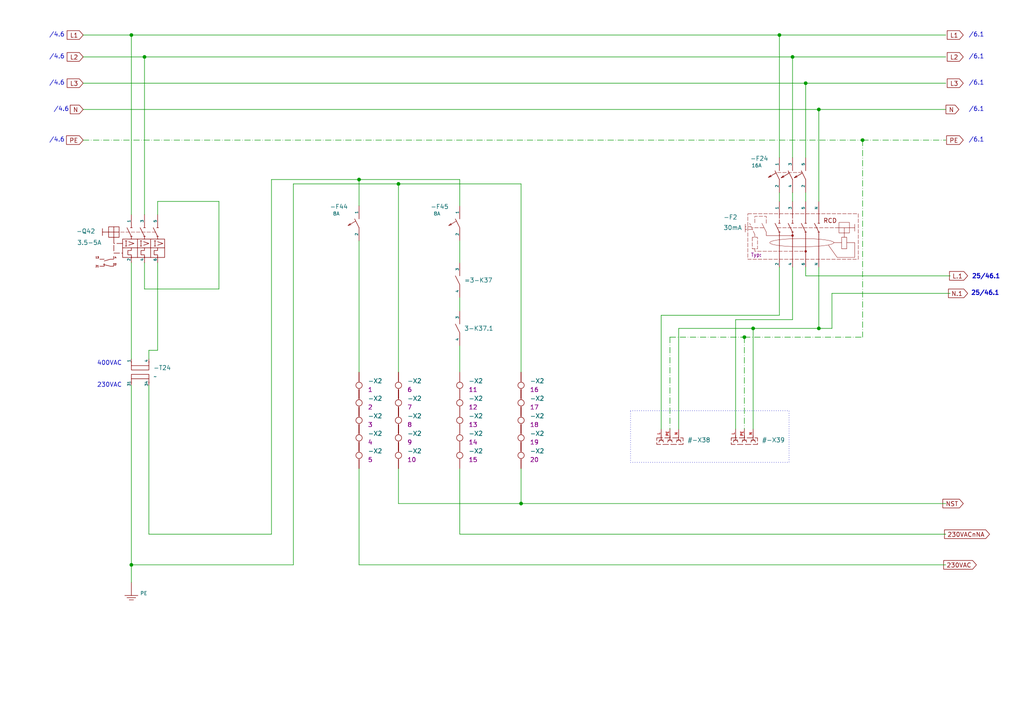
<source format=kicad_sch>
(kicad_sch (version 20250114) (generator "eeschema") (generator_version "9.0")
  (paper "A4")
  (title_block (comment 4 "1"))
  (lib_symbols
    (symbol "Relais_(K)_NO_1" (pin_numbers (hide yes)) (pin_names (offset 0))
      (property "Reference" "-K" (at -4.318 4.318 0))
      (symbol "Relais_(K)_NO_1_0_1"
        (polyline (pts (xy 0 1.27) (xy 0 1.27)))
        (polyline (pts (xy 0 -1.27) (xy -1.27 1.27)))
      )
      (symbol "Relais_(K)_NO_1_1_1"
        (pin passive line (at 0 5.08 270) (length 3.81) (name "3") (number "3"))
        (pin passive line (at 0 -5.08 90) (length 3.81) (name "4") (number "4"))
      )
    )
    (symbol "Steckdose_W_(X)_1" (power) (pin_names (offset 0) (hide yes)) (exclude_from_sim yes) (in_bom no) (on_board no)
      (property "Reference" "-X" (at -6.604 3.302 0))
      (symbol "Steckdose_W_(X)_1_0_1"
        (polyline (pts (xy -2.54 0.635) (xy -2.54 1.905)))
        (arc (start -3.175 0) (mid -2.54 0.635) (end -1.905 0))
        (polyline (pts (xy -1.905 0.635) (xy -3.175 0.635)))
        (polyline (pts (xy 0 0.635) (xy 0 1.905)))
        (arc (start -0.635 0) (mid 0 0.635) (end 0.635 0))
        (polyline (pts (xy 0.635 0.635) (xy -0.635 0.635)))
        (polyline (pts (xy 2.54 0.635) (xy 2.54 1.905)))
        (arc (start 1.905 0) (mid 2.54 0.635) (end 3.175 0))
        (polyline (pts (xy 3.175 0.635) (xy 1.905 0.635)))
      )
      (symbol "Steckdose_W_(X)_1_1_1"
        (rectangle (start -3.81 1.27) (end 3.81 -0.635) (stroke (width 0) (type dash)))
        (pin passive line (at -2.54 3.81 270) (length 2.54) (name "L") (number "L"))
        (pin unspecified line (at -2.54 0 90) (length 0) (hide yes) (name "L") (number "L"))
        (pin passive line (at 0 3.81 270) (length 2.54) (name "PE") (number "PE"))
        (pin unspecified line (at 0 0 90) (length 0) (hide yes) (name "PE") (number "PE"))
        (pin passive line (at 2.54 3.81 270) (length 2.54) (name "N") (number "N"))
        (pin unspecified line (at 2.54 0 90) (length 0) (hide yes) (name "N") (number "N"))
      )
    )
    (symbol "Verbinder_Standart_einfach_(X)_1" (pin_numbers (hide yes)) (pin_names (offset 0))
      (property "Reference" "-X" (at -4.572 2.794 0))
      (property "Nummer" "x" (at 3.048 3.048 0))
      (symbol "Verbinder_Standart_einfach_(X)_1_0_1"
        (polyline (pts (xy 0 1.27) (xy 0 1.016)))
        (circle (center 0 0) (radius 0.9158))
        (polyline (pts (xy 0 -1.27) (xy 0 -1.016)))
      )
      (symbol "Verbinder_Standart_einfach_(X)_1_1_1"
        (pin passive line (at 0 3.81 270) (length 2.54) (name "") (number ""))
        (pin passive line (at 0 -3.81 90) (length 2.54) (name "") (number ""))
      )
    )
    (symbol "Verbinder_Standart_einfach_(X)_10" (pin_numbers (hide yes)) (pin_names (offset 0))
      (property "Reference" "-X" (at -4.572 2.794 0))
      (property "Nummer" "x" (at 3.048 3.048 0))
      (symbol "Verbinder_Standart_einfach_(X)_10_0_1"
        (polyline (pts (xy 0 1.27) (xy 0 1.016)))
        (circle (center 0 0) (radius 0.9158))
        (polyline (pts (xy 0 -1.27) (xy 0 -1.016)))
      )
      (symbol "Verbinder_Standart_einfach_(X)_10_1_1"
        (pin passive line (at 0 3.81 270) (length 2.54) (name "") (number ""))
        (pin passive line (at 0 -3.81 90) (length 2.54) (name "") (number ""))
      )
    )
    (symbol "Verbinder_Standart_einfach_(X)_11" (pin_numbers (hide yes)) (pin_names (offset 0))
      (property "Reference" "-X" (at -4.572 2.794 0))
      (property "Nummer" "x" (at 3.048 3.048 0))
      (symbol "Verbinder_Standart_einfach_(X)_11_0_1"
        (polyline (pts (xy 0 1.27) (xy 0 1.016)))
        (circle (center 0 0) (radius 0.9158))
        (polyline (pts (xy 0 -1.27) (xy 0 -1.016)))
      )
      (symbol "Verbinder_Standart_einfach_(X)_11_1_1"
        (pin passive line (at 0 3.81 270) (length 2.54) (name "") (number ""))
        (pin passive line (at 0 -3.81 90) (length 2.54) (name "") (number ""))
      )
    )
    (symbol "Verbinder_Standart_einfach_(X)_12" (pin_numbers (hide yes)) (pin_names (offset 0))
      (property "Reference" "-X" (at -4.572 2.794 0))
      (property "Nummer" "x" (at 3.048 3.048 0))
      (symbol "Verbinder_Standart_einfach_(X)_12_0_1"
        (polyline (pts (xy 0 1.27) (xy 0 1.016)))
        (circle (center 0 0) (radius 0.9158))
        (polyline (pts (xy 0 -1.27) (xy 0 -1.016)))
      )
      (symbol "Verbinder_Standart_einfach_(X)_12_1_1"
        (pin passive line (at 0 3.81 270) (length 2.54) (name "") (number ""))
        (pin passive line (at 0 -3.81 90) (length 2.54) (name "") (number ""))
      )
    )
    (symbol "Verbinder_Standart_einfach_(X)_13" (pin_numbers (hide yes)) (pin_names (offset 0))
      (property "Reference" "-X" (at -4.572 2.794 0))
      (property "Nummer" "x" (at 3.048 3.048 0))
      (symbol "Verbinder_Standart_einfach_(X)_13_0_1"
        (polyline (pts (xy 0 1.27) (xy 0 1.016)))
        (circle (center 0 0) (radius 0.9158))
        (polyline (pts (xy 0 -1.27) (xy 0 -1.016)))
      )
      (symbol "Verbinder_Standart_einfach_(X)_13_1_1"
        (pin passive line (at 0 3.81 270) (length 2.54) (name "") (number ""))
        (pin passive line (at 0 -3.81 90) (length 2.54) (name "") (number ""))
      )
    )
    (symbol "Verbinder_Standart_einfach_(X)_14" (pin_numbers (hide yes)) (pin_names (offset 0))
      (property "Reference" "-X" (at -4.572 2.794 0))
      (property "Nummer" "x" (at 3.048 3.048 0))
      (symbol "Verbinder_Standart_einfach_(X)_14_0_1"
        (polyline (pts (xy 0 1.27) (xy 0 1.016)))
        (circle (center 0 0) (radius 0.9158))
        (polyline (pts (xy 0 -1.27) (xy 0 -1.016)))
      )
      (symbol "Verbinder_Standart_einfach_(X)_14_1_1"
        (pin passive line (at 0 3.81 270) (length 2.54) (name "") (number ""))
        (pin passive line (at 0 -3.81 90) (length 2.54) (name "") (number ""))
      )
    )
    (symbol "Verbinder_Standart_einfach_(X)_15" (pin_numbers (hide yes)) (pin_names (offset 0))
      (property "Reference" "-X" (at -4.572 2.794 0))
      (property "Nummer" "x" (at 3.048 3.048 0))
      (symbol "Verbinder_Standart_einfach_(X)_15_0_1"
        (polyline (pts (xy 0 1.27) (xy 0 1.016)))
        (circle (center 0 0) (radius 0.9158))
        (polyline (pts (xy 0 -1.27) (xy 0 -1.016)))
      )
      (symbol "Verbinder_Standart_einfach_(X)_15_1_1"
        (pin passive line (at 0 3.81 270) (length 2.54) (name "") (number ""))
        (pin passive line (at 0 -3.81 90) (length 2.54) (name "") (number ""))
      )
    )
    (symbol "Verbinder_Standart_einfach_(X)_16" (pin_numbers (hide yes)) (pin_names (offset 0))
      (property "Reference" "-X" (at -4.572 2.794 0))
      (property "Nummer" "x" (at 3.048 3.048 0))
      (symbol "Verbinder_Standart_einfach_(X)_16_0_1"
        (polyline (pts (xy 0 1.27) (xy 0 1.016)))
        (circle (center 0 0) (radius 0.9158))
        (polyline (pts (xy 0 -1.27) (xy 0 -1.016)))
      )
      (symbol "Verbinder_Standart_einfach_(X)_16_1_1"
        (pin passive line (at 0 3.81 270) (length 2.54) (name "") (number ""))
        (pin passive line (at 0 -3.81 90) (length 2.54) (name "") (number ""))
      )
    )
    (symbol "Verbinder_Standart_einfach_(X)_17" (pin_numbers (hide yes)) (pin_names (offset 0))
      (property "Reference" "-X" (at -4.572 2.794 0))
      (property "Nummer" "x" (at 3.048 3.048 0))
      (symbol "Verbinder_Standart_einfach_(X)_17_0_1"
        (polyline (pts (xy 0 1.27) (xy 0 1.016)))
        (circle (center 0 0) (radius 0.9158))
        (polyline (pts (xy 0 -1.27) (xy 0 -1.016)))
      )
      (symbol "Verbinder_Standart_einfach_(X)_17_1_1"
        (pin passive line (at 0 3.81 270) (length 2.54) (name "") (number ""))
        (pin passive line (at 0 -3.81 90) (length 2.54) (name "") (number ""))
      )
    )
    (symbol "Verbinder_Standart_einfach_(X)_18" (pin_numbers (hide yes)) (pin_names (offset 0))
      (property "Reference" "-X" (at -4.572 2.794 0))
      (property "Nummer" "x" (at 3.048 3.048 0))
      (symbol "Verbinder_Standart_einfach_(X)_18_0_1"
        (polyline (pts (xy 0 1.27) (xy 0 1.016)))
        (circle (center 0 0) (radius 0.9158))
        (polyline (pts (xy 0 -1.27) (xy 0 -1.016)))
      )
      (symbol "Verbinder_Standart_einfach_(X)_18_1_1"
        (pin passive line (at 0 3.81 270) (length 2.54) (name "") (number ""))
        (pin passive line (at 0 -3.81 90) (length 2.54) (name "") (number ""))
      )
    )
    (symbol "Verbinder_Standart_einfach_(X)_19" (pin_numbers (hide yes)) (pin_names (offset 0))
      (property "Reference" "-X" (at -4.572 2.794 0))
      (property "Nummer" "x" (at 3.048 3.048 0))
      (symbol "Verbinder_Standart_einfach_(X)_19_0_1"
        (polyline (pts (xy 0 1.27) (xy 0 1.016)))
        (circle (center 0 0) (radius 0.9158))
        (polyline (pts (xy 0 -1.27) (xy 0 -1.016)))
      )
      (symbol "Verbinder_Standart_einfach_(X)_19_1_1"
        (pin passive line (at 0 3.81 270) (length 2.54) (name "") (number ""))
        (pin passive line (at 0 -3.81 90) (length 2.54) (name "") (number ""))
      )
    )
    (symbol "Verbinder_Standart_einfach_(X)_2" (pin_numbers (hide yes)) (pin_names (offset 0))
      (property "Reference" "-X" (at -4.572 2.794 0))
      (property "Nummer" "x" (at 3.048 3.048 0))
      (symbol "Verbinder_Standart_einfach_(X)_2_0_1"
        (polyline (pts (xy 0 1.27) (xy 0 1.016)))
        (circle (center 0 0) (radius 0.9158))
        (polyline (pts (xy 0 -1.27) (xy 0 -1.016)))
      )
      (symbol "Verbinder_Standart_einfach_(X)_2_1_1"
        (pin passive line (at 0 3.81 270) (length 2.54) (name "") (number ""))
        (pin passive line (at 0 -3.81 90) (length 2.54) (name "") (number ""))
      )
    )
    (symbol "Verbinder_Standart_einfach_(X)_3" (pin_numbers (hide yes)) (pin_names (offset 0))
      (property "Reference" "-X" (at -4.572 2.794 0))
      (property "Nummer" "x" (at 3.048 3.048 0))
      (symbol "Verbinder_Standart_einfach_(X)_3_0_1"
        (polyline (pts (xy 0 1.27) (xy 0 1.016)))
        (circle (center 0 0) (radius 0.9158))
        (polyline (pts (xy 0 -1.27) (xy 0 -1.016)))
      )
      (symbol "Verbinder_Standart_einfach_(X)_3_1_1"
        (pin passive line (at 0 3.81 270) (length 2.54) (name "") (number ""))
        (pin passive line (at 0 -3.81 90) (length 2.54) (name "") (number ""))
      )
    )
    (symbol "Verbinder_Standart_einfach_(X)_4" (pin_numbers (hide yes)) (pin_names (offset 0))
      (property "Reference" "-X" (at -4.572 2.794 0))
      (property "Nummer" "x" (at 3.048 3.048 0))
      (symbol "Verbinder_Standart_einfach_(X)_4_0_1"
        (polyline (pts (xy 0 1.27) (xy 0 1.016)))
        (circle (center 0 0) (radius 0.9158))
        (polyline (pts (xy 0 -1.27) (xy 0 -1.016)))
      )
      (symbol "Verbinder_Standart_einfach_(X)_4_1_1"
        (pin passive line (at 0 3.81 270) (length 2.54) (name "") (number ""))
        (pin passive line (at 0 -3.81 90) (length 2.54) (name "") (number ""))
      )
    )
    (symbol "Verbinder_Standart_einfach_(X)_5" (pin_numbers (hide yes)) (pin_names (offset 0))
      (property "Reference" "-X" (at -4.572 2.794 0))
      (property "Nummer" "x" (at 3.048 3.048 0))
      (symbol "Verbinder_Standart_einfach_(X)_5_0_1"
        (polyline (pts (xy 0 1.27) (xy 0 1.016)))
        (circle (center 0 0) (radius 0.9158))
        (polyline (pts (xy 0 -1.27) (xy 0 -1.016)))
      )
      (symbol "Verbinder_Standart_einfach_(X)_5_1_1"
        (pin passive line (at 0 3.81 270) (length 2.54) (name "") (number ""))
        (pin passive line (at 0 -3.81 90) (length 2.54) (name "") (number ""))
      )
    )
    (symbol "Verbinder_Standart_einfach_(X)_6" (pin_numbers (hide yes)) (pin_names (offset 0))
      (property "Reference" "-X" (at -4.572 2.794 0))
      (property "Nummer" "x" (at 3.048 3.048 0))
      (symbol "Verbinder_Standart_einfach_(X)_6_0_1"
        (polyline (pts (xy 0 1.27) (xy 0 1.016)))
        (circle (center 0 0) (radius 0.9158))
        (polyline (pts (xy 0 -1.27) (xy 0 -1.016)))
      )
      (symbol "Verbinder_Standart_einfach_(X)_6_1_1"
        (pin passive line (at 0 3.81 270) (length 2.54) (name "") (number ""))
        (pin passive line (at 0 -3.81 90) (length 2.54) (name "") (number ""))
      )
    )
    (symbol "Verbinder_Standart_einfach_(X)_7" (pin_numbers (hide yes)) (pin_names (offset 0))
      (property "Reference" "-X" (at -4.572 2.794 0))
      (property "Nummer" "x" (at 3.048 3.048 0))
      (symbol "Verbinder_Standart_einfach_(X)_7_0_1"
        (polyline (pts (xy 0 1.27) (xy 0 1.016)))
        (circle (center 0 0) (radius 0.9158))
        (polyline (pts (xy 0 -1.27) (xy 0 -1.016)))
      )
      (symbol "Verbinder_Standart_einfach_(X)_7_1_1"
        (pin passive line (at 0 3.81 270) (length 2.54) (name "") (number ""))
        (pin passive line (at 0 -3.81 90) (length 2.54) (name "") (number ""))
      )
    )
    (symbol "Verbinder_Standart_einfach_(X)_8" (pin_numbers (hide yes)) (pin_names (offset 0))
      (property "Reference" "-X" (at -4.572 2.794 0))
      (property "Nummer" "x" (at 3.048 3.048 0))
      (symbol "Verbinder_Standart_einfach_(X)_8_0_1"
        (polyline (pts (xy 0 1.27) (xy 0 1.016)))
        (circle (center 0 0) (radius 0.9158))
        (polyline (pts (xy 0 -1.27) (xy 0 -1.016)))
      )
      (symbol "Verbinder_Standart_einfach_(X)_8_1_1"
        (pin passive line (at 0 3.81 270) (length 2.54) (name "") (number ""))
        (pin passive line (at 0 -3.81 90) (length 2.54) (name "") (number ""))
      )
    )
    (symbol "Verbinder_Standart_einfach_(X)_9" (pin_numbers (hide yes)) (pin_names (offset 0))
      (property "Reference" "-X" (at -4.572 2.794 0))
      (property "Nummer" "x" (at 3.048 3.048 0))
      (symbol "Verbinder_Standart_einfach_(X)_9_0_1"
        (polyline (pts (xy 0 1.27) (xy 0 1.016)))
        (circle (center 0 0) (radius 0.9158))
        (polyline (pts (xy 0 -1.27) (xy 0 -1.016)))
      )
      (symbol "Verbinder_Standart_einfach_(X)_9_1_1"
        (pin passive line (at 0 3.81 270) (length 2.54) (name "") (number ""))
        (pin passive line (at 0 -3.81 90) (length 2.54) (name "") (number ""))
      )
    )
    (symbol "standart:PE" (pin_numbers (hide yes)) (pin_names (hide yes))
      (property "Reference" "PE" (at -3.302 2.794 0))
      (symbol "PE_0_1"
        (polyline (pts (xy -1.905 0) (xy 1.905 0)))
        (polyline (pts (xy -0.635 -1.27) (xy 0.635 -1.27)))
        (polyline (pts (xy 1.27 -0.635) (xy -1.27 -0.635)))
      )
      (symbol "PE_1_1"
        (pin passive line (at 0 3.81 270) (length 3.81) (name "") (number "PE"))
      )
    )
    (symbol "standart:Relais_(K)_NO" (pin_numbers (hide yes)) (pin_names (offset 0))
      (property "Reference" "-K" (at -4.318 4.318 0))
      (symbol "Relais_(K)_NO_0_1"
        (polyline (pts (xy 0 1.27) (xy 0 1.27)))
        (polyline (pts (xy 0 -1.27) (xy -1.27 1.27)))
      )
      (symbol "Relais_(K)_NO_1_1"
        (pin passive line (at 0 5.08 270) (length 3.81) (name "3") (number "3"))
        (pin passive line (at 0 -5.08 90) (length 3.81) (name "4") (number "4"))
      )
    )
    (symbol "standart:Schalter_LS_(F)" (pin_numbers (hide yes)) (pin_names (offset 0))
      (property "Reference" "-F" (at -5.842 3.556 0))
      (property "Value" "A" (at -6.604 1.524 0))
      (symbol "Schalter_LS_(F)_0_1"
        (polyline (pts (xy -3.1577 -1.8949) (xy -3.1577 -1.8949)))
        (polyline (pts (xy 0 0) (xy 0 0)))
        (polyline (pts (xy 0 -2.54) (xy -1.27 0)))
      )
      (symbol "Schalter_LS_(F)_1_1"
        (polyline (pts (xy -3.175 -1.905) (xy -2.54 -1.27)) (stroke (width 0.127)))
        (polyline (pts (xy -3.175 -1.905) (xy -2.3014 -1.67)) (stroke (width 0.127)))
        (polyline (pts (xy -0.9505 -0.6011) (xy -3.175 -1.905)) (stroke (width 0.127)))
        (pin passive line (at 0 3.81 270) (length 3.81) (name "1") (number "1"))
        (pin passive line (at 0 -6.35 90) (length 3.81) (name "2") (number "2"))
      )
    )
    (symbol "standart:Schalter_LS_ALLPOLIG_(F)" (pin_numbers (hide yes)) (pin_names (offset 0))
      (property "Reference" "-F" (at -5.842 3.556 0))
      (property "Value" "A" (at -6.604 1.524 0))
      (symbol "Schalter_LS_ALLPOLIG_(F)_0_1"
        (polyline (pts (xy -3.175 -1.905) (xy -2.54 -1.27)))
        (polyline (pts (xy -3.175 -1.905) (xy -2.3014 -1.67)))
        (polyline (pts (xy -3.1577 -1.8949) (xy -3.1577 -1.8949)))
        (polyline (pts (xy -0.9505 -0.6011) (xy -3.175 -1.905)))
        (polyline (pts (xy 0 0) (xy 0 0)))
        (polyline (pts (xy 0 -2.54) (xy -1.27 0)))
        (polyline (pts (xy 0.508 -2.032) (xy 1.143 -1.397)))
        (polyline (pts (xy 0.508 -2.032) (xy 1.3816 -1.797)))
        (polyline (pts (xy 0.5253 -2.0219) (xy 0.5253 -2.0219)))
        (polyline (pts (xy 2.7325 -0.7281) (xy 0.508 -2.032)))
        (polyline (pts (xy 3.81 0) (xy 3.81 0)))
        (polyline (pts (xy 3.81 -2.54) (xy 2.54 0)))
        (polyline (pts (xy 4.318 -2.032) (xy 4.953 -1.397)))
        (polyline (pts (xy 4.318 -2.032) (xy 5.1916 -1.797)))
        (polyline (pts (xy 4.3353 -2.0219) (xy 4.3353 -2.0219)))
        (polyline (pts (xy 6.5425 -0.7281) (xy 4.318 -2.032)))
        (polyline (pts (xy 7.62 0) (xy 7.62 0)))
        (polyline (pts (xy 7.62 -2.54) (xy 6.35 0)))
      )
      (symbol "Schalter_LS_ALLPOLIG_(F)_1_1"
        (polyline (pts (xy 6.604 -0.508) (xy -1.016 -0.508)) (stroke (width 0.1016) (type dash)))
        (pin passive line (at 0 3.81 270) (length 3.81) (name "1") (number "1"))
        (pin passive line (at 0 -6.35 90) (length 3.81) (name "2") (number "2"))
        (pin passive line (at 3.81 3.81 270) (length 3.81) (name "3") (number "3"))
        (pin passive line (at 3.81 -6.35 90) (length 3.81) (name "4") (number "4"))
        (pin passive line (at 7.62 3.81 270) (length 3.81) (name "5") (number "5"))
        (pin passive line (at 7.62 -6.35 90) (length 3.81) (name "2") (number "2"))
      )
    )
    (symbol "standart:Schalter_MS_(Q)_1-6" (pin_numbers (hide yes)) (pin_names (offset 0))
      (property "Reference" "-Q" (at -6.35 4.318 0))
      (symbol "Schalter_MS_(Q)_1-6_0_1"
        (polyline (pts (xy -9.144 -9.906) (xy -7.874 -9.906) (xy -7.874 -9.144)))
        (polyline (pts (xy -8.128 -9.398) (xy -6.096 -9.906)))
        (polyline (pts (xy -7.874 -7.874) (xy -9.144 -7.874)))
        (polyline (pts (xy -6.096 -9.906) (xy -5.08 -9.906)))
        (polyline (pts (xy -5.08 -7.874) (xy -6.096 -7.874) (xy -7.874 -8.382)))
        (rectangle (start -2.54 -2.032) (end 9.652 -7.366))
        (polyline (pts (xy -1.778 -2.54) (xy -1.27 -2.54)))
        (polyline (pts (xy -1.778 -4.064) (xy -1.27 -4.064)))
        (polyline (pts (xy -1.524 -2.54) (xy -1.524 -4.064)))
        (polyline (pts (xy -0.762 -2.794) (xy 0.762 -3.302) (xy -0.762 -3.81)))
        (polyline (pts (xy -0.254 1.27) (xy 0.254 1.27)))
        (polyline (pts (xy -0.254 -1.27) (xy 0.254 -1.27)))
        (polyline (pts (xy 0 1.27) (xy 0 1.27)))
        (polyline (pts (xy 0 -1.27) (xy -1.27 1.27)))
        (polyline (pts (xy 0 -1.27) (xy 0 -2.032)))
        (polyline (pts (xy 0 -4.572) (xy 0 -5.334) (xy -1.016 -5.334) (xy -1.016 -6.604) (xy 0 -6.604) (xy 0 -7.366)))
        (polyline (pts (xy 1.778 -2.032) (xy 1.778 -7.366)))
        (polyline (pts (xy 2.54 -2.54) (xy 3.048 -2.54)))
        (polyline (pts (xy 2.54 -4.064) (xy 3.048 -4.064)))
        (polyline (pts (xy 2.794 -2.54) (xy 2.794 -4.064)))
        (polyline (pts (xy 3.556 1.27) (xy 4.064 1.27)))
        (polyline (pts (xy 3.556 -1.27) (xy 4.064 -1.27)))
        (polyline (pts (xy 3.556 -2.794) (xy 5.08 -3.302) (xy 3.556 -3.81)))
        (polyline (pts (xy 3.81 1.27) (xy 3.81 1.27)))
        (polyline (pts (xy 3.81 -1.27) (xy 2.54 1.27)))
        (polyline (pts (xy 3.81 -1.27) (xy 3.81 -2.032)))
        (polyline (pts (xy 3.81 -4.572) (xy 3.81 -5.334) (xy 2.794 -5.334) (xy 2.794 -6.604) (xy 3.81 -6.604) (xy 3.81 -7.366)))
        (polyline (pts (xy 5.588 -2.159) (xy 5.588 -7.366)))
        (polyline (pts (xy 6.604 -2.54) (xy 7.112 -2.54)))
        (polyline (pts (xy 6.604 -4.064) (xy 7.112 -4.064)))
        (polyline (pts (xy 6.858 -2.54) (xy 6.858 -4.064)))
        (polyline (pts (xy 7.366 1.27) (xy 7.874 1.27)))
        (polyline (pts (xy 7.366 -1.27) (xy 7.874 -1.27)))
        (polyline (pts (xy 7.62 1.27) (xy 7.62 1.27)))
        (polyline (pts (xy 7.62 -1.27) (xy 6.35 1.27)))
        (polyline (pts (xy 7.62 -1.27) (xy 7.62 -2.032)))
        (polyline (pts (xy 7.62 -2.794) (xy 9.144 -3.302) (xy 7.62 -3.81)))
        (polyline (pts (xy 7.62 -4.572) (xy 7.62 -5.334) (xy 6.604 -5.334) (xy 6.604 -6.604) (xy 7.62 -6.604) (xy 7.62 -7.366)))
        (polyline (pts (xy 9.652 -4.572) (xy -2.54 -4.572)))
      )
      (symbol "Schalter_MS_(Q)_1-6_1_1"
        (polyline (pts (xy -8.382 0) (xy -8.382 -1.016)))
        (polyline (pts (xy -5.08 -1.524) (xy -5.08 1.524)))
        (polyline (pts (xy -5.08 -1.524) (xy -5.08 -6.096) (xy -2.54 -6.096)) (stroke (width 0) (type dash)))
        (rectangle (start -3.556 1.524) (end -6.604 -1.524))
        (polyline (pts (xy -3.556 0) (xy -8.382 0) (xy -8.382 1.016)))
        (polyline (pts (xy -2.54 -3.302) (xy -5.08 -3.302)) (stroke (width 0) (type dash)))
        (polyline (pts (xy 7.112 0) (xy -3.302 0)) (stroke (width 0.1016) (type dash)))
        (text "13" (at -9.906 -7.366 0) (effects (font (size 0.508 0.508))))
        (text "21" (at -9.906 -9.906 0) (effects (font (size 0.508 0.508))))
        (text "14" (at -4.826 -7.366 0) (effects (font (size 0.508 0.508))))
        (text "22" (at -4.826 -9.398 0) (effects (font (size 0.508 0.508))))
        (pin unspecified line (at 0 5.08 270) (length 3.81) (name "1") (number "1"))
        (pin unspecified line (at 0 -8.89 90) (length 1.778) (name "2") (number "2"))
        (pin unspecified line (at 3.81 5.08 270) (length 3.81) (name "3") (number "3"))
        (pin unspecified line (at 3.81 -8.89 90) (length 1.778) (name "4") (number "4"))
        (pin unspecified line (at 7.62 5.08 270) (length 3.81) (name "5") (number "5"))
        (pin unspecified line (at 7.62 -8.89 90) (length 1.778) (name "6") (number "6"))
      )
    )
    (symbol "standart:Schalter_RCD_allpolig_klassisch_(F)_1-6" (pin_numbers (hide yes)) (pin_names (offset 0))
      (property "Reference" "-F" (at -11.176 10.414 0))
      (symbol "Schalter_RCD_allpolig_klassisch_(F)_1-6_0_1"
        (polyline (pts (xy -4.064 3.81) (xy -3.556 3.81)))
        (polyline (pts (xy -4.064 1.27) (xy -3.556 1.27)))
        (polyline (pts (xy -3.81 3.81) (xy -3.81 3.81)))
        (polyline (pts (xy -3.81 1.27) (xy -5.08 3.81)))
        (polyline (pts (xy -3.81 1.27) (xy -3.81 0.508)))
        (polyline (pts (xy -0.254 3.81) (xy 0.254 3.81)))
        (polyline (pts (xy -0.254 1.27) (xy 0.254 1.27)))
        (polyline (pts (xy 0 3.81) (xy 0 3.81)))
        (polyline (pts (xy 0 1.27) (xy -1.27 3.81)))
        (polyline (pts (xy 0 1.27) (xy 0 0.508)))
        (polyline (pts (xy 3.556 3.81) (xy 4.064 3.81)))
        (polyline (pts (xy 3.556 1.27) (xy 4.064 1.27)))
        (polyline (pts (xy 3.81 3.81) (xy 3.81 3.81)))
        (polyline (pts (xy 3.81 1.27) (xy 2.54 3.81)))
        (polyline (pts (xy 3.81 1.27) (xy 3.81 0.508)))
        (polyline (pts (xy 7.366 3.81) (xy 7.874 3.81)))
        (polyline (pts (xy 7.366 1.27) (xy 7.874 1.27)))
        (polyline (pts (xy 7.62 3.81) (xy 7.62 3.81)))
        (polyline (pts (xy 7.62 1.27) (xy 6.35 3.81)))
        (polyline (pts (xy 7.62 1.27) (xy 7.62 0.508)))
      )
      (symbol "Schalter_RCD_allpolig_klassisch_(F)_1-6_1_0"
        (polyline (pts (xy -13.716 3.556) (xy -13.716 1.27)) (stroke (width 0.1016)))
        (rectangle (start -12.954 6.604) (end 19.05 -6.604) (stroke (width 0.1016) (type dash)))
        (polyline (pts (xy -11.938 2.794) (xy -13.716 2.794)) (stroke (width 0.1016)))
        (polyline (pts (xy -11.684 2.032) (xy -13.716 2.032)) (stroke (width 0.1016)))
        (polyline (pts (xy -11.684 -0.254) (xy -11.684 -3.556) (xy -10.16 -3.556) (xy -10.16 -0.254) (xy -11.684 -0.254)) (stroke (width 0.1016)))
        (polyline (pts (xy -11.43 1.524) (xy -11.43 1.524)))
        (polyline (pts (xy -10.922 0.508) (xy -12.446 3.81)) (stroke (width 0.1016)))
        (polyline (pts (xy -10.922 0.508) (xy -10.922 -0.254)) (stroke (width 0.1016)))
        (polyline (pts (xy -10.922 -3.556) (xy -10.922 -4.318) (xy 3.81 -4.318)) (stroke (width 0.1016)))
        (polyline (pts (xy -7.62 3.81) (xy -7.62 5.842) (xy -10.922 5.842) (xy -10.922 3.81)) (stroke (width 0.1016)))
        (polyline (pts (xy -3.81 6.35) (xy -3.81 3.81)))
        (polyline (pts (xy 0 6.35) (xy 0 3.81)))
        (circle (center 0 0.254) (radius 0.254) (fill (type outline)))
        (polyline (pts (xy 0 0.254) (xy -7.62 0.254) (xy -7.62 1.27)) (stroke (width 0.1016)))
        (polyline (pts (xy 3.81 6.35) (xy 3.81 3.81)))
        (circle (center 3.81 -4.318) (radius 0.254) (fill (type outline)))
        (polyline (pts (xy 4.5467 -0.6344) (xy 6.2883 -0.7038) (xy 7.8643 -0.8136) (xy 9.2375 -0.9591) (xy 10.3705 -1.1354) (xy 10.8352 -1.2336) (xy 11.2259 -1.3378) (xy 11.5379 -1.4472) (xy 11.7665 -1.5614) (xy 11.9071 -1.6797) (xy 11.943 -1.7402) (xy 11.955 -1.8015) (xy 11.943 -1.8628) (xy 11.9071 -1.9233) (xy 11.8481 -1.9829) (xy 11.7665 -2.0416) (xy 11.6629 -2.0992) (xy 11.5379 -2.1558) (xy 11.2259 -2.2652) (xy 10.8352 -2.3694) (xy 10.3705 -2.4676) (xy 9.8363 -2.5593) (xy 9.2375 -2.6439) (xy 8.5786 -2.7208) (xy 7.8643 -2.7894) (xy 7.0993 -2.8491) (xy 6.2883 -2.8992) (xy 5.4358 -2.9393) (xy 4.5467 -2.9686) (xy 3.6254 -2.9867) (xy 2.6768 -2.9928) (xy 0.8069 -2.9686) (xy -0.9348 -2.8992) (xy -2.5108 -2.7894) (xy -3.884 -2.6439) (xy -5.0169 -2.4676) (xy -5.4817 -2.3694) (xy -5.8724 -2.2652) (xy -6.1844 -2.1558) (xy -6.413 -2.0416) (xy -6.5536 -1.9233) (xy -6.5894 -1.8628) (xy -6.6015 -1.8015) (xy -6.5894 -1.7402) (xy -6.5536 -1.6797) (xy -6.4946 -1.6201) (xy -6.413 -1.5614) (xy -6.3094 -1.5038) (xy -6.1844 -1.4472) (xy -5.8724 -1.3378) (xy -5.4817 -1.2336) (xy -5.0169 -1.1354) (xy -4.4828 -1.0437) (xy -3.884 -0.9591) (xy -3.2251 -0.8822) (xy -2.5108 -0.8136) (xy -1.7458 -0.7539) (xy -0.9348 -0.7038) (xy -0.0823 -0.6637) (xy 0.8069 -0.6344) (xy 1.7281 -0.6163) (xy 2.6768 -0.6102) (xy 4.5467 -0.6344)) (stroke (width 0.0874)))
        (polyline (pts (xy 7.62 6.35) (xy 7.62 3.81)))
        (polyline (pts (xy 11.938 -1.778) (xy 14.224 -1.778)) (stroke (width 0.1016)))
        (polyline (pts (xy 13.462 2.54) (xy 16.51 2.54)) (stroke (width 0.1016)))
        (polyline (pts (xy 14.224 -0.254) (xy 14.224 -3.556) (xy 15.748 -3.556) (xy 15.748 -0.254) (xy 14.224 -0.254)) (stroke (width 0.1016)))
        (polyline (pts (xy 14.986 -0.254) (xy 14.986 1.016)) (stroke (width 0.1016)))
        (polyline (pts (xy 15.748 -1.778) (xy 18.034 -1.778) (xy 18.034 -6.096) (xy 12.954 -6.096) (xy 10.414 -2.54)) (stroke (width 0.1016)))
        (polyline (pts (xy 16.51 2.54) (xy 18.034 2.54)) (stroke (width 0.1016)))
        (polyline (pts (xy 18.034 3.556) (xy 18.034 1.524)) (stroke (width 0.1016)))
      )
      (symbol "Schalter_RCD_allpolig_klassisch_(F)_1-6_1_1"
        (polyline (pts (xy -8.382 2.54) (xy -11.684 2.54)) (stroke (width 0.1016) (type dash)))
        (polyline (pts (xy -7.62 1.27) (xy -8.89 3.81)) (stroke (width 0.1016)))
        (polyline (pts (xy -3.81 -7.112) (xy -3.81 0.508)))
        (polyline (pts (xy 0 -7.112) (xy 0 0.508)))
        (polyline (pts (xy 3.81 -7.112) (xy 3.81 0.508)))
        (polyline (pts (xy 7.62 -7.112) (xy 7.62 0.508)))
        (rectangle (start 13.462 4.064) (end 16.51 1.016) (stroke (width 0.1016)))
        (polyline (pts (xy 13.462 2.54) (xy -4.318 2.54)) (stroke (width 0.1016) (type dash)))
        (polyline (pts (xy 14.986 2.54) (xy 14.986 1.016)) (stroke (width 0.1016)))
        (text "RCD\n" (at 8.89 5.334 0) (effects (font (size 1.27 1.27)) (justify left top)))
        (pin passive line (at -3.81 10.16 270) (length 3.81) (name "1") (number "1"))
        (pin passive line (at -3.81 -8.89 90) (length 1.778) (name "2") (number "2"))
        (pin passive line (at 0 10.16 270) (length 3.81) (name "3") (number "3"))
        (pin passive line (at 0 -8.89 90) (length 1.778) (name "4") (number "4"))
        (pin passive line (at 3.81 10.16 270) (length 3.81) (name "5") (number "5"))
        (pin passive line (at 3.81 -8.89 90) (length 1.778) (name "6") (number "6"))
        (pin passive line (at 7.62 10.16 270) (length 3.81) (name "N") (number "N"))
        (pin passive line (at 7.62 -8.89 90) (length 1.778) (name "N") (number "N"))
      )
    )
    (symbol "standart:Spule_Transformator_Einpolig_(T)" (pin_numbers (hide yes)) (pin_names (offset 0))
      (property "Reference" "-T" (at -7.874 6.096 0))
      (symbol "Spule_Transformator_Einpolig_(T)_1_1"
        (polyline (pts (xy -2.5292 1.9052) (xy -2.5292 3.1752)))
        (polyline (pts (xy -2.5292 -1.9052) (xy -2.5292 -3.1752)))
        (polyline (pts (xy 2.5508 1.9052) (xy 2.5508 3.1752)))
        (rectangle (start 2.5508 1.9052) (end -2.5292 0.6352) (fill (type color)))
        (polyline (pts (xy 2.5508 -1.9052) (xy 2.5508 -3.1752)))
        (rectangle (start 2.5508 -1.9052) (end -2.5292 -0.6352) (fill (type color)))
        (pin passive line (at -2.54 3.81 270) (length 1.016) (name "1") (number "1"))
        (pin passive line (at -2.54 -3.81 90) (length 1.016) (name "31") (number "31"))
        (pin passive line (at 2.54 3.81 270) (length 1.016) (name "4") (number "4"))
        (pin passive line (at 2.54 -3.81 90) (length 1.016) (name "34") (number "34"))
      )
    )
    (symbol "standart:Steckdose_W_(X)" (power) (pin_names (offset 0) (hide yes)) (exclude_from_sim yes) (in_bom no) (on_board no)
      (property "Reference" "-X" (at -6.604 3.302 0))
      (symbol "Steckdose_W_(X)_0_1"
        (polyline (pts (xy -2.54 0.635) (xy -2.54 1.905)))
        (arc (start -3.175 0) (mid -2.54 0.635) (end -1.905 0))
        (polyline (pts (xy -1.905 0.635) (xy -3.175 0.635)))
        (polyline (pts (xy 0 0.635) (xy 0 1.905)))
        (arc (start -0.635 0) (mid 0 0.635) (end 0.635 0))
        (polyline (pts (xy 0.635 0.635) (xy -0.635 0.635)))
        (polyline (pts (xy 2.54 0.635) (xy 2.54 1.905)))
        (arc (start 1.905 0) (mid 2.54 0.635) (end 3.175 0))
        (polyline (pts (xy 3.175 0.635) (xy 1.905 0.635)))
      )
      (symbol "Steckdose_W_(X)_1_1"
        (rectangle (start -3.81 1.27) (end 3.81 -0.635) (stroke (width 0) (type dash)))
        (pin passive line (at -2.54 3.81 270) (length 2.54) (name "L") (number "L"))
        (pin unspecified line (at -2.54 0 90) (length 0) (hide yes) (name "L") (number "L"))
        (pin passive line (at 0 3.81 270) (length 2.54) (name "PE") (number "PE"))
        (pin unspecified line (at 0 0 90) (length 0) (hide yes) (name "PE") (number "PE"))
        (pin passive line (at 2.54 3.81 270) (length 2.54) (name "N") (number "N"))
        (pin unspecified line (at 2.54 0 90) (length 0) (hide yes) (name "N") (number "N"))
      )
    )
    (symbol "standart:Verbinder_Standart_einfach_(X)" (pin_numbers (hide yes)) (pin_names (offset 0))
      (property "Reference" "-X" (at -4.572 2.794 0))
      (property "Nummer" "x" (at 3.048 3.048 0))
      (symbol "Verbinder_Standart_einfach_(X)_0_1"
        (polyline (pts (xy 0 1.27) (xy 0 1.016)))
        (circle (center 0 0) (radius 0.9158))
        (polyline (pts (xy 0 -1.27) (xy 0 -1.016)))
      )
      (symbol "Verbinder_Standart_einfach_(X)_1_1"
        (pin passive line (at 0 3.81 270) (length 2.54) (name "") (number ""))
        (pin passive line (at 0 -3.81 90) (length 2.54) (name "") (number ""))
      )
    )
  )
  (rectangle (start 182.88 119.126) (end 228.854 134.112) (stroke (width 0) (type dot)))
  (text "/6.1" (at 283.21 16.51 0) (effects (font (size 1.27 1.27))))
  (text "25/46.1" (at 285.75 85.09 0) (effects (font (size 1.27 1.27) (thickness 0.254) (bold yes))))
  (text "/4.6" (at 16.51 24.13 0) (effects (font (size 1.27 1.27))))
  (text "/6.1" (at 283.21 31.75 0) (effects (font (size 1.27 1.27))))
  (text "/6.1" (at 283.21 40.64 0) (effects (font (size 1.27 1.27))))
  (text "230VAC" (at 31.75 111.76 0) (effects (font (size 1.27 1.27))))
  (text "/4.6" (at 16.51 16.51 0) (effects (font (size 1.27 1.27))))
  (text "/4.6" (at 17.78 31.75 0) (effects (font (size 1.27 1.27))))
  (text "400VAC" (at 31.75 105.41 0) (effects (font (size 1.27 1.27))))
  (text "/6.1" (at 283.21 24.13 0) (effects (font (size 1.27 1.27))))
  (text "/4.6" (at 16.51 10.16 0) (effects (font (size 1.27 1.27))))
  (text "/6.1" (at 283.21 10.16 0) (effects (font (size 1.27 1.27))))
  (text "25/46.1" (at 286.004 80.264 0) (effects (font (size 1.27 1.27) (thickness 0.254) (bold yes))))
  (text "/4.6" (at 16.51 40.64 0) (effects (font (size 1.27 1.27))))
  (junction (at 218.44 95.25))
  (junction (at 215.9 97.79))
  (junction (at 151.13 146.05))
  (junction (at 115.57 53.34))
  (junction (at 41.91 16.51))
  (junction (at 233.68 24.13))
  (junction (at 38.1 163.83))
  (junction (at 104.14 52.07))
  (junction (at 237.49 31.75))
  (junction (at 237.49 95.25))
  (junction (at 250.19 40.64))
  (junction (at 38.1 10.16))
  (junction (at 229.87 16.51))
  (junction (at 226.06 10.16))
  (wire (pts (xy 213.36 92.71) (xy 213.36 124.46)))
  (wire (pts (xy 194.31 97.79) (xy 194.31 124.46)) (stroke (width 0) (type dash_dot)))
  (wire (pts (xy 115.57 146.05) (xy 151.13 146.05)))
  (wire (pts (xy 218.44 95.25) (xy 218.44 124.46)))
  (wire (pts (xy 241.3 85.09) (xy 241.3 95.25)))
  (wire (pts (xy 38.1 10.16) (xy 226.06 10.16)))
  (wire (pts (xy 43.18 101.6) (xy 45.72 101.6)))
  (wire (pts (xy 104.14 163.83) (xy 274.32 163.83)))
  (wire (pts (xy 229.87 16.51) (xy 274.32 16.51)))
  (wire (pts (xy 133.35 69.85) (xy 133.35 76.2)))
  (wire (pts (xy 45.72 76.2) (xy 45.72 101.6)))
  (wire (pts (xy 104.14 52.07) (xy 104.14 59.69)))
  (wire (pts (xy 191.77 91.44) (xy 226.06 91.44)))
  (wire (pts (xy 24.13 24.13) (xy 233.68 24.13)))
  (wire (pts (xy 133.35 86.36) (xy 133.35 90.17)))
  (wire (pts (xy 78.74 52.07) (xy 78.74 154.94)))
  (wire (pts (xy 24.13 10.16) (xy 38.1 10.16)))
  (wire (pts (xy 41.91 76.2) (xy 41.91 83.82)))
  (wire (pts (xy 104.14 135.89) (xy 104.14 163.83)))
  (wire (pts (xy 218.44 95.25) (xy 237.49 95.25)))
  (wire (pts (xy 226.06 10.16) (xy 274.32 10.16)))
  (wire (pts (xy 194.31 97.79) (xy 215.9 97.79)) (stroke (width 0) (type dash_dot)))
  (wire (pts (xy 196.85 95.25) (xy 196.85 124.46)))
  (wire (pts (xy 229.87 16.51) (xy 229.87 45.72)))
  (wire (pts (xy 233.68 55.88) (xy 233.68 58.42)))
  (wire (pts (xy 196.85 95.25) (xy 218.44 95.25)))
  (wire (pts (xy 226.06 55.88) (xy 226.06 58.42)))
  (wire (pts (xy 213.36 92.71) (xy 229.87 92.71)))
  (wire (pts (xy 38.1 163.83) (xy 85.09 163.83)))
  (wire (pts (xy 237.49 31.75) (xy 274.32 31.75)))
  (wire (pts (xy 133.35 154.94) (xy 274.32 154.94)))
  (wire (pts (xy 151.13 135.89) (xy 151.13 146.05)))
  (wire (pts (xy 133.35 52.07) (xy 133.35 59.69)))
  (wire (pts (xy 241.3 85.09) (xy 275.59 85.09)))
  (wire (pts (xy 233.68 24.13) (xy 233.68 45.72)))
  (wire (pts (xy 191.77 91.44) (xy 191.77 124.46)))
  (wire (pts (xy 115.57 53.34) (xy 151.13 53.34)))
  (wire (pts (xy 237.49 95.25) (xy 241.3 95.25)))
  (wire (pts (xy 226.06 10.16) (xy 226.06 45.72)))
  (wire (pts (xy 43.18 101.6) (xy 43.18 104.14)))
  (wire (pts (xy 233.68 77.47) (xy 233.68 80.01)))
  (wire (pts (xy 229.87 77.47) (xy 229.87 92.71)))
  (wire (pts (xy 250.19 40.64) (xy 250.19 97.79)) (stroke (width 0) (type dash_dot)))
  (wire (pts (xy 215.9 97.79) (xy 250.19 97.79)) (stroke (width 0) (type dash_dot)))
  (wire (pts (xy 104.14 52.07) (xy 133.35 52.07)))
  (wire (pts (xy 115.57 53.34) (xy 115.57 107.95)))
  (wire (pts (xy 133.35 100.33) (xy 133.35 107.95)))
  (wire (pts (xy 24.13 40.64) (xy 250.19 40.64)) (stroke (width 0) (type dash_dot)))
  (wire (pts (xy 85.09 53.34) (xy 115.57 53.34)))
  (wire (pts (xy 38.1 163.83) (xy 38.1 168.91)))
  (wire (pts (xy 104.14 69.85) (xy 104.14 107.95)))
  (wire (pts (xy 115.57 135.89) (xy 115.57 146.05)))
  (wire (pts (xy 43.18 111.76) (xy 43.18 154.94)))
  (wire (pts (xy 63.5 58.42) (xy 63.5 83.82)))
  (wire (pts (xy 41.91 16.51) (xy 229.87 16.51)))
  (wire (pts (xy 24.13 31.75) (xy 237.49 31.75)))
  (wire (pts (xy 215.9 97.79) (xy 215.9 124.46)) (stroke (width 0) (type dash_dot)))
  (wire (pts (xy 226.06 77.47) (xy 226.06 91.44)))
  (wire (pts (xy 38.1 10.16) (xy 38.1 62.23)))
  (wire (pts (xy 133.35 135.89) (xy 133.35 154.94)))
  (wire (pts (xy 24.13 16.51) (xy 41.91 16.51)))
  (wire (pts (xy 41.91 83.82) (xy 63.5 83.82)))
  (wire (pts (xy 229.87 55.88) (xy 229.87 58.42)))
  (wire (pts (xy 250.19 40.64) (xy 274.32 40.64)) (stroke (width 0) (type dash_dot)))
  (wire (pts (xy 151.13 53.34) (xy 151.13 107.95)))
  (wire (pts (xy 237.49 31.75) (xy 237.49 58.42)))
  (wire (pts (xy 41.91 16.51) (xy 41.91 62.23)))
  (wire (pts (xy 233.68 24.13) (xy 274.32 24.13)))
  (wire (pts (xy 38.1 111.76) (xy 38.1 163.83)))
  (wire (pts (xy 85.09 53.34) (xy 85.09 163.83)))
  (wire (pts (xy 78.74 52.07) (xy 104.14 52.07)))
  (wire (pts (xy 237.49 77.47) (xy 237.49 95.25)))
  (wire (pts (xy 233.68 80.01) (xy 275.59 80.01)))
  (wire (pts (xy 45.72 58.42) (xy 45.72 62.23)))
  (wire (pts (xy 151.13 146.05) (xy 274.32 146.05)))
  (wire (pts (xy 43.18 154.94) (xy 78.74 154.94)))
  (wire (pts (xy 45.72 58.42) (xy 63.5 58.42)))
  (wire (pts (xy 38.1 76.2) (xy 38.1 104.14)))
  (global_label "PE" (shape input) (at 279.4 40.64 180) (property "Intersheetrefs" "${INTERSHEET_REFS}" (effects (hide yes))))
  (global_label "230VAC" (shape input) (at 283.21 163.83 180) (property "Intersheetrefs" "${INTERSHEET_REFS}" (effects (hide yes))))
  (global_label "L3" (shape input) (at 24.13 24.13 180) (property "Intersheetrefs" "${INTERSHEET_REFS}" (effects (hide yes))))
  (global_label "230VACnNA" (shape input) (at 287.02 154.94 180) (property "Intersheetrefs" "${INTERSHEET_REFS}" (effects (hide yes))))
  (global_label "PE" (shape input) (at 24.13 40.64 180) (property "Intersheetrefs" "${INTERSHEET_REFS}" (effects (hide yes))))
  (global_label "L2" (shape input) (at 24.13 16.51 180) (property "Intersheetrefs" "${INTERSHEET_REFS}" (effects (hide yes))))
  (global_label "L1" (shape input) (at 24.13 10.16 180) (property "Intersheetrefs" "${INTERSHEET_REFS}" (effects (hide yes))))
  (global_label "L2" (shape input) (at 279.4 16.51 180) (property "Intersheetrefs" "${INTERSHEET_REFS}" (effects (hide yes))))
  (global_label "N" (shape input) (at 278.13 31.75 180) (property "Intersheetrefs" "${INTERSHEET_REFS}" (effects (hide yes))))
  (global_label "N" (shape input) (at 24.13 31.75 180) (property "Intersheetrefs" "${INTERSHEET_REFS}" (effects (hide yes))))
  (global_label "L.1" (shape input) (at 280.67 80.01 180) (property "Intersheetrefs" "${INTERSHEET_REFS}" (effects (hide yes))))
  (global_label "NST" (shape input) (at 279.4 146.05 180) (property "Intersheetrefs" "${INTERSHEET_REFS}" (effects (hide yes))))
  (global_label "N.1" (shape input) (at 280.67 85.09 180) (property "Intersheetrefs" "${INTERSHEET_REFS}" (effects (hide yes))))
  (global_label "L3" (shape input) (at 279.4 24.13 180) (property "Intersheetrefs" "${INTERSHEET_REFS}" (effects (hide yes))))
  (global_label "L1" (shape input) (at 279.4 10.16 180) (property "Intersheetrefs" "${INTERSHEET_REFS}" (effects (hide yes))))
  (symbol (lib_name "Verbinder_Standart_einfach_(X)_7") (lib_id "standart:Verbinder_Standart_einfach_(X)") (at 151.13 132.08 0) (unit 1)
    (property "Reference" "-X2" (at 153.67 130.8099 0) (effects (justify left)))
    (property "Nummer" "20" (at 153.67 133.3499 0) (effects (justify left)))
  )
  (symbol (lib_name "Verbinder_Standart_einfach_(X)_18") (lib_id "standart:Verbinder_Standart_einfach_(X)") (at 133.35 111.76 0) (unit 1)
    (property "Reference" "-X2" (at 135.89 110.4899 0) (effects (justify left)))
    (property "Nummer" "11" (at 135.89 113.0299 0) (effects (justify left)))
  )
  (symbol (lib_name "Verbinder_Standart_einfach_(X)_4") (lib_id "standart:Verbinder_Standart_einfach_(X)") (at 104.14 127 0) (unit 1)
    (property "Reference" "-X2" (at 106.68 125.7299 0) (effects (justify left)))
    (property "Nummer" "4" (at 106.68 128.2699 0) (effects (justify left)))
  )
  (symbol (lib_id "standart:Schalter_RCD_allpolig_klassisch_(F)_1-6") (at 229.87 68.58 0) (unit 1)
    (property "Reference" "-F2" (at 209.804 62.992 0) (effects (justify left)))
    (property "Value" "30mA" (at 209.804 66.04 0) (effects (justify left)))
  )
  (symbol (lib_name "Verbinder_Standart_einfach_(X)_14") (lib_id "standart:Verbinder_Standart_einfach_(X)") (at 115.57 127 0) (unit 1)
    (property "Reference" "-X2" (at 118.11 125.7299 0) (effects (justify left)))
    (property "Nummer" "9" (at 118.11 128.2699 0) (effects (justify left)))
  )
  (symbol (lib_name "Verbinder_Standart_einfach_(X)_10") (lib_id "standart:Verbinder_Standart_einfach_(X)") (at 115.57 121.92 0) (unit 1)
    (property "Reference" "-X2" (at 118.11 120.6499 0) (effects (justify left)))
    (property "Nummer" "8" (at 118.11 123.1899 0) (effects (justify left)))
  )
  (symbol (lib_name "Verbinder_Standart_einfach_(X)_5") (lib_id "standart:Verbinder_Standart_einfach_(X)") (at 151.13 116.84 0) (unit 1)
    (property "Reference" "-X2" (at 153.67 115.5699 0) (effects (justify left)))
    (property "Nummer" "17" (at 153.67 118.1099 0) (effects (justify left)))
  )
  (symbol (lib_name "Verbinder_Standart_einfach_(X)_19") (lib_id "standart:Verbinder_Standart_einfach_(X)") (at 133.35 127 0) (unit 1)
    (property "Reference" "-X2" (at 135.89 125.7299 0) (effects (justify left)))
    (property "Nummer" "14" (at 135.89 128.2699 0) (effects (justify left)))
  )
  (symbol (lib_name "Verbinder_Standart_einfach_(X)_2") (lib_id "standart:Verbinder_Standart_einfach_(X)") (at 104.14 121.92 0) (unit 1)
    (property "Reference" "-X2" (at 106.68 120.6499 0) (effects (justify left)))
    (property "Nummer" "3" (at 106.68 123.1899 0) (effects (justify left)))
  )
  (symbol (lib_name "Verbinder_Standart_einfach_(X)_16") (lib_id "standart:Verbinder_Standart_einfach_(X)") (at 133.35 132.08 0) (unit 1)
    (property "Reference" "-X2" (at 135.89 130.8099 0) (effects (justify left)))
    (property "Nummer" "15" (at 135.89 133.3499 0) (effects (justify left)))
  )
  (symbol (lib_name "Verbinder_Standart_einfach_(X)_15") (lib_id "standart:Verbinder_Standart_einfach_(X)") (at 133.35 121.92 0) (unit 1)
    (property "Reference" "-X2" (at 135.89 120.6499 0) (effects (justify left)))
    (property "Nummer" "13" (at 135.89 123.1899 0) (effects (justify left)))
  )
  (symbol (lib_name "Verbinder_Standart_einfach_(X)_3") (lib_id "standart:Verbinder_Standart_einfach_(X)") (at 104.14 116.84 0) (unit 1)
    (property "Reference" "-X2" (at 106.68 115.5699 0) (effects (justify left)))
    (property "Nummer" "2" (at 106.68 118.1099 0) (effects (justify left)))
  )
  (symbol (lib_id "standart:Schalter_MS_(Q)_1-6") (at 38.1 67.31 0) (unit 1)
    (property "Reference" "-Q42" (at 22.098 67.056 0) (effects (justify left)))
    (property "Value" "3.5-5A" (at 22.352 70.358 0) (effects (justify left)))
  )
  (symbol (lib_name "Verbinder_Standart_einfach_(X)_12") (lib_id "standart:Verbinder_Standart_einfach_(X)") (at 115.57 116.84 0) (unit 1)
    (property "Reference" "-X2" (at 118.11 115.5699 0) (effects (justify left)))
    (property "Nummer" "7" (at 118.11 118.1099 0) (effects (justify left)))
  )
  (symbol (lib_id "standart:Relais_(K)_NO") (at 133.35 95.25 0) (unit 1)
    (property "Reference" "3-K37.1" (at 134.62 95.2499 0) (effects (justify left)))
    (pin "3" (alternate "43"))
  )
  (symbol (lib_id "standart:Schalter_LS_(F)") (at 104.14 63.5 0) (unit 1)
    (property "Reference" "-F44" (at 98.298 59.944 0))
    (property "Value" "8A" (at 97.536 61.976 0) (effects (font (size 1.016 1.016))))
  )
  (symbol (lib_id "standart:Schalter_LS_(F)") (at 133.35 63.5 0) (unit 1)
    (property "Reference" "-F45" (at 127.508 59.944 0))
    (property "Value" "8A" (at 126.746 61.976 0) (effects (font (size 1.016 1.016))))
  )
  (symbol (lib_name "Verbinder_Standart_einfach_(X)_9") (lib_id "standart:Verbinder_Standart_einfach_(X)") (at 151.13 127 0) (unit 1)
    (property "Reference" "-X2" (at 153.67 125.7299 0) (effects (justify left)))
    (property "Nummer" "19" (at 153.67 128.2699 0) (effects (justify left)))
  )
  (symbol (lib_id "standart:Verbinder_Standart_einfach_(X)") (at 104.14 111.76 0) (unit 1)
    (property "Reference" "-X2" (at 106.68 110.4899 0) (effects (justify left)))
    (property "Nummer" "1" (at 106.68 113.0299 0) (effects (justify left)))
  )
  (symbol (lib_name "Steckdose_W_(X)_1") (lib_id "standart:Steckdose_W_(X)") (at 215.9 128.27 0) (unit 1) (exclude_from_sim yes) (in_bom no) (on_board no)
    (property "Reference" "-X39" (at 220.98 127.6349 0) (effects (justify left)))
    (property "Value" "Steckdose_W_(X)" (effects (hide yes)))
  )
  (symbol (lib_id "standart:PE") (at 38.1 172.72 0) (unit 1)
    (property "Reference" "PE" (at 40.64 172.0849 0) (effects (font (size 1.016 1.016)) (justify left)))
  )
  (symbol (lib_name "Verbinder_Standart_einfach_(X)_8") (lib_id "standart:Verbinder_Standart_einfach_(X)") (at 151.13 121.92 0) (unit 1)
    (property "Reference" "-X2" (at 153.67 120.6499 0) (effects (justify left)))
    (property "Nummer" "18" (at 153.67 123.1899 0) (effects (justify left)))
  )
  (symbol (lib_name "Verbinder_Standart_einfach_(X)_11") (lib_id "standart:Verbinder_Standart_einfach_(X)") (at 115.57 132.08 0) (unit 1)
    (property "Reference" "-X2" (at 118.11 130.8099 0) (effects (justify left)))
    (property "Nummer" "10" (at 118.11 133.3499 0) (effects (justify left)))
  )
  (symbol (lib_id "standart:Schalter_LS_ALLPOLIG_(F)") (at 226.06 49.53 0) (unit 1)
    (property "Reference" "-F24" (at 220.218 45.974 0))
    (property "Value" "16A" (at 219.456 48.006 0) (effects (font (size 1.016 1.016))))
  )
  (symbol (lib_name "Verbinder_Standart_einfach_(X)_6") (lib_id "standart:Verbinder_Standart_einfach_(X)") (at 151.13 111.76 0) (unit 1)
    (property "Reference" "-X2" (at 153.67 110.4899 0) (effects (justify left)))
    (property "Nummer" "16" (at 153.67 113.0299 0) (effects (justify left)))
  )
  (symbol (lib_name "Relais_(K)_NO_1") (lib_id "standart:Relais_(K)_NO") (at 133.35 81.28 0) (unit 1)
    (property "Reference" "=3-K37" (at 134.62 81.2799 0) (effects (justify left)))
    (pin "3" (alternate "43"))
  )
  (symbol (lib_name "Verbinder_Standart_einfach_(X)_13") (lib_id "standart:Verbinder_Standart_einfach_(X)") (at 115.57 111.76 0) (unit 1)
    (property "Reference" "-X2" (at 118.11 110.4899 0) (effects (justify left)))
    (property "Nummer" "6" (at 118.11 113.0299 0) (effects (justify left)))
  )
  (symbol (lib_name "Verbinder_Standart_einfach_(X)_17") (lib_id "standart:Verbinder_Standart_einfach_(X)") (at 133.35 116.84 0) (unit 1)
    (property "Reference" "-X2" (at 135.89 115.5699 0) (effects (justify left)))
    (property "Nummer" "12" (at 135.89 118.1099 0) (effects (justify left)))
  )
  (symbol (lib_id "standart:Spule_Transformator_Einpolig_(T)") (at 40.64 107.95 0) (unit 1)
    (property "Reference" "-T24" (at 44.45 106.6799 0) (effects (justify left)))
    (property "Value" "~" (at 44.45 109.2199 0) (effects (justify left)))
  )
  (symbol (lib_name "Verbinder_Standart_einfach_(X)_1") (lib_id "standart:Verbinder_Standart_einfach_(X)") (at 104.14 132.08 0) (unit 1)
    (property "Reference" "-X2" (at 106.68 130.8099 0) (effects (justify left)))
    (property "Nummer" "5" (at 106.68 133.3499 0) (effects (justify left)))
  )
  (symbol (lib_id "standart:Steckdose_W_(X)") (at 194.31 128.27 0) (unit 1) (exclude_from_sim yes) (in_bom no) (on_board no)
    (property "Reference" "-X38" (at 199.39 127.6349 0) (effects (justify left)))
    (property "Value" "Steckdose_W_(X)" (effects (hide yes)))
  )
  (sheet (at 351.79 0) (size 317.5 214.63) (stroke (width 0.1524))
    (property "Sheetname" "Einspeisung 24VDC" (at 351.79 -0.7116 0) (effects (justify left bottom)))
    (property "Sheetfile" "Einspeisung 24VDC.kicad_sch" (at 351.79 215.2146 0) (effects (justify left top)))
  )
)
</source>
